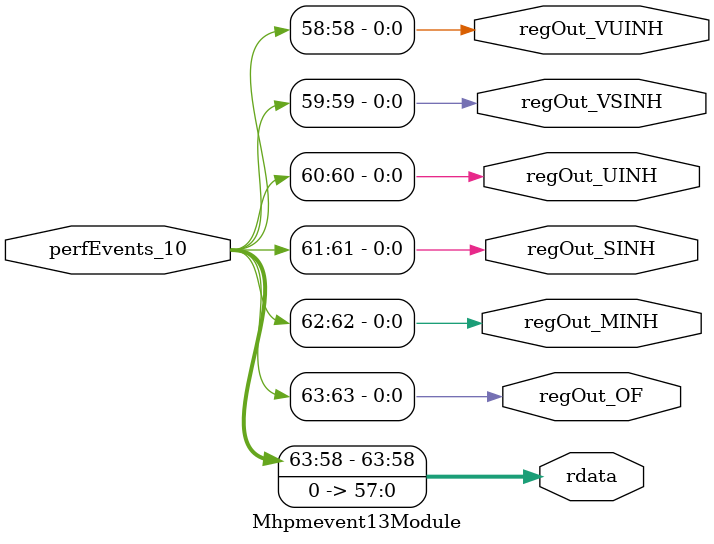
<source format=v>
module Mhpmevent13Module(
  output [63:0] rdata,
  output        regOut_OF,
  output        regOut_MINH,
  output        regOut_SINH,
  output        regOut_UINH,
  output        regOut_VSINH,
  output        regOut_VUINH,
  input  [63:0] perfEvents_10
);

  assign rdata = {perfEvents_10[63:58], 58'h0};
  assign regOut_OF = perfEvents_10[63];
  assign regOut_MINH = perfEvents_10[62];
  assign regOut_SINH = perfEvents_10[61];
  assign regOut_UINH = perfEvents_10[60];
  assign regOut_VSINH = perfEvents_10[59];
  assign regOut_VUINH = perfEvents_10[58];
endmodule


</source>
